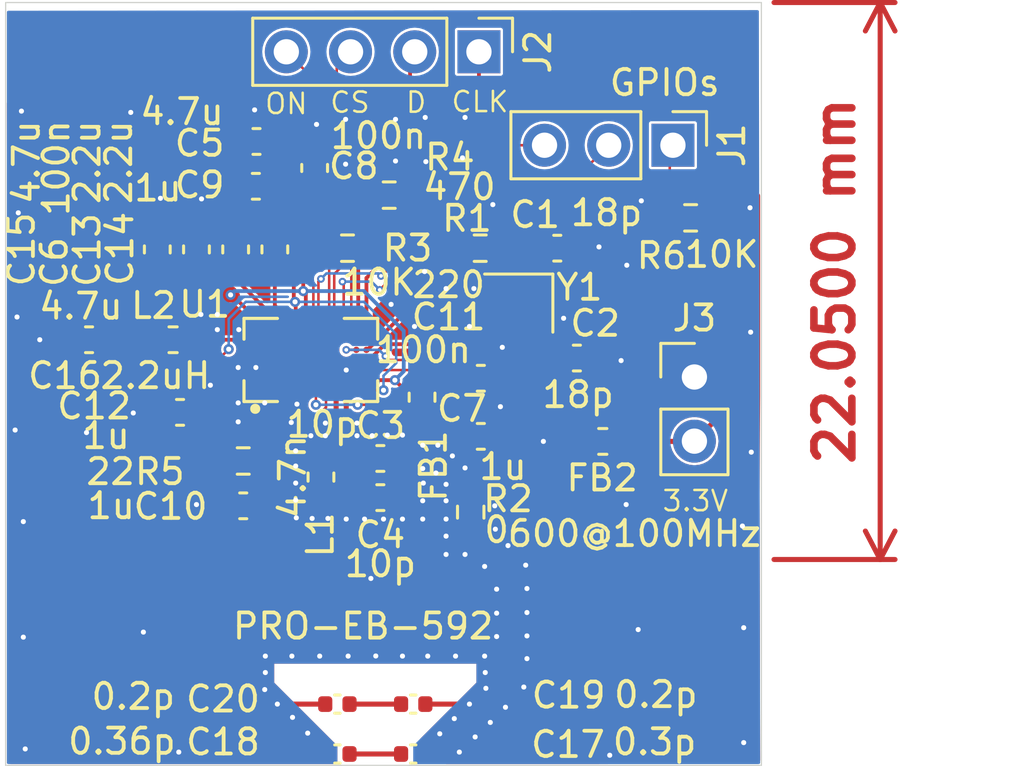
<source format=kicad_pcb>
(kicad_pcb (version 20240108) (generator "pcbnew") (generator_version "8.0")
  (layers (0 "F.Cu" signal) (31 "B.Cu" signal) (34 "B.Paste" user) (35 "F.Paste" user) (36 "B.SilkS" user "B.Silkscreen") (37 "F.SilkS" user "F.Silkscreen") (38 "B.Mask" user) (39 "F.Mask" user) (44 "Edge.Cuts" user))
  (net 0 "")
  (net 15 "GND")
  (net 16 "Net-(C1-Pad1)")
  (net 17 "Net-(U1-WLRF_XTAL_XOP)")
  (net 18 "Net-(U1-WLRF_XTAL_XON)")
  (net 19 "Net-(C3-Pad2)")
  (net 20 "Net-(U1-WLRF_2G_RF)")
  (net 21 "Net-(C4-Pad1)")
  (net 22 "WLRF_2G_ELG")
  (net 23 "ANTENNA")
  (net 24 "WL_D")
  (net 25 "Net-(U1-SDIO_DATA_1)")
  (net 26 "Net-(U1-SDIO_DATA_0)")
  (net 27 "WL_CLK")
  (net 28 "WL_CS")
  (net 29 "WL_ON")
  (net 30 "WL_GPIO2")
  (net 31 "WL_GPIO1")
  (net 32 "WL_GPIO0")
  (net 33 "VOUT_3P3")
  (net 34 "VOUT_CORE")
  (net 35 "VDDBAT")
  (net 36 "BT_PAVDD")
  (net 37 "XTAL_VDD")
  (net 38 "Net-(U1-BTFM_PLL_VDD)")
  (net 39 "VOUT_LN")
  (net 40 "SR_VLX")
  (net 41 "+3.3V")
  (net 42 "Net-(C17-Pad2)")
  (net 43 "Net-(C19-Pad2)")
  (footprint "Capacitor_SMD:C_0603_1608Metric" (layer "F.Cu") (at 134.825 91.925 90)
    (property "Reference" "C13")
    (property "Value" "2.2u")
  )
  (footprint "Capacitor_SMD:C_0603_1608Metric" (layer "F.Cu") (at 140.55 100.2)
    (property "Reference" "C3")
    (property "Value" "10p")
  )
  (footprint "Capacitor_SMD:C_0402_1005Metric" (layer "F.Cu") (at 138.85 109.925 180)
    (property "Reference" "C20")
    (property "Value" "0.2p")
  )
  (footprint "Connector_PinHeader_2.54mm:PinHeader_1x02_P2.54mm_Vertical" (layer "F.Cu") (at 152.975 96.975)
    (property "Reference" "J3")
    (property "Value" "Power")
  )
  (footprint "Inductor_SMD:L_0603_1608Metric" (layer "F.Cu") (at 142.2 97.775 90)
    (property "Reference" "FB1")
    (property "Value" "600@100MHz" (hide yes))
  )
  (footprint "Capacitor_SMD:C_0603_1608Metric" (layer "F.Cu") (at 133.275 91.925 90)
    (property "Reference" "C6")
    (property "Value" "100n")
  )
  (footprint "Inductor_SMD:L_0603_1608Metric" (layer "F.Cu") (at 149.35 99.525)
    (property "Reference" "FB2")
    (property "Value" "600@100MHz")
  )
  (footprint "Resistor_SMD:R_0603_1608Metric" (layer "F.Cu") (at 152.825 90.675)
    (property "Reference" "R6")
    (property "Value" "10K")
  )
  (footprint "Capacitor_SMD:C_0603_1608Metric" (layer "F.Cu") (at 129.025 95.5 180)
    (property "Reference" "C16")
    (property "Value" "4.7u")
  )
  (footprint "Capacitor_SMD:C_0603_1608Metric" (layer "F.Cu") (at 140.55 101.75)
    (property "Reference" "C4")
    (property "Value" "10p")
  )
  (footprint "Capacitor_SMD:C_0603_1608Metric" (layer "F.Cu") (at 136.375 91.925 90)
    (property "Reference" "C14")
    (property "Value" "2.2u")
  )
  (footprint "Capacitor_SMD:C_0603_1608Metric" (layer "F.Cu") (at 148.325 96.225)
    (property "Reference" "C2")
    (property "Value" "18p")
  )
  (footprint "Connector_PinHeader_2.54mm:PinHeader_1x04_P2.54mm_Vertical" (layer "F.Cu") (at 144.45 84.1 -90)
    (property "Reference" "J2")
    (property "Value" "SPI")
  )
  (footprint "Inductor_SMD:L_0603_1608Metric" (layer "F.Cu") (at 138.2 100.9375 -90)
    (property "Reference" "L1")
    (property "Value" "4.7n")
  )
  (footprint "Capacitor_SMD:C_0603_1608Metric" (layer "F.Cu") (at 135.125 102.075 180)
    (property "Reference" "C10")
    (property "Value" "1u")
  )
  (footprint "Crystal:Crystal_SMD_2016-4Pin_2.0x1.6mm" (layer "F.Cu") (at 146.025 94.05 180)
    (property "Reference" "Y1")
    (property "Value" "Crystal")
  )
  (footprint "Connector_PinHeader_2.54mm:PinHeader_1x03_P2.54mm_Vertical" (layer "F.Cu") (at 152.125 87.8 -90)
    (property "Reference" "J1")
    (property "Value" "GPIOs")
  )
  (footprint "Capacitor_SMD:C_0603_1608Metric" (layer "F.Cu") (at 144.525 97.025)
    (property "Reference" "C11")
    (property "Value" "100n")
  )
  (footprint "Resistor_SMD:R_0603_1608Metric" (layer "F.Cu") (at 144.125 102.325 -90)
    (property "Reference" "R2")
    (property "Value" "0")
  )
  (footprint "Capacitor_SMD:C_0603_1608Metric" (layer "F.Cu") (at 131.725 91.925 90)
    (property "Reference" "C15")
    (property "Value" "4.7u")
  )
  (footprint "Capacitor_SMD:C_0603_1608Metric" (layer "F.Cu") (at 132.625 98.375 180)
    (property "Reference" "C12")
    (property "Value" "1u")
  )
  (footprint "Inductor_SMD:L_0603_1608Metric" (layer "F.Cu") (at 132.35 95.5)
    (property "Reference" "L2")
    (property "Value" "2.2uH")
  )
  (footprint "Capacitor_SMD:C_0603_1608Metric" (layer "F.Cu") (at 135.625 89.425 180)
    (property "Reference" "C9")
    (property "Value" "1u")
  )
  (footprint "Capacitor_SMD:C_0402_1005Metric" (layer "F.Cu") (at 141.85 111.9 180)
    (property "Reference" "C17")
    (property "Value" "0.3p")
  )
  (footprint "Capacitor_SMD:C_0603_1608Metric" (layer "F.Cu") (at 144.525 99.325)
    (property "Reference" "C7")
    (property "Value" "1u")
  )
  (footprint "Resistor_SMD:R_0603_1608Metric" (layer "F.Cu") (at 139.25 91.875)
    (property "Reference" "R3")
    (property "Value" "10K")
  )
  (footprint "CYW43439KUBGT:BGA63N40P7X12_287X487X55N" (layer "F.Cu") (at 137.8 96.3 90)
    (property "Reference" "U1")
    (property "Value" "CYW43439KUBGT")
  )
  (footprint "Capacitor_SMD:C_0402_1005Metric" (layer "F.Cu") (at 141.85 109.925 180)
    (property "Reference" "C19")
    (property "Value" "0.2p")
  )
  (footprint "Capacitor_SMD:C_0402_1005Metric" (layer "F.Cu") (at 138.85 111.9 180)
    (property "Reference" "C18")
    (property "Value" "0.36p")
  )
  (footprint "Capacitor_SMD:C_0603_1608Metric" (layer "F.Cu") (at 147.55 91.875)
    (property "Reference" "C1")
    (property "Value" "18p")
  )
  (footprint "Resistor_SMD:R_0603_1608Metric" (layer "F.Cu") (at 140.9 89.775)
    (property "Reference" "R4")
    (property "Value" "470")
  )
  (footprint "Capacitor_SMD:C_0603_1608Metric" (layer "F.Cu") (at 137.95 88.7 90)
    (property "Reference" "C8")
    (property "Value" "100n")
  )
  (footprint "Capacitor_SMD:C_0603_1608Metric" (layer "F.Cu") (at 135.65 87.65 180)
    (property "Reference" "C5")
    (property "Value" "4.7u")
  )
  (footprint "Resistor_SMD:R_0603_1608Metric" (layer "F.Cu") (at 135.125 100.3)
    (property "Reference" "R5")
    (property "Value" "22")
  )
  (footprint "Resistor_SMD:R_0603_1608Metric" (layer "F.Cu") (at 144.5 91.875)
    (property "Reference" "R1")
    (property "Value" "220")
  )
  (gr_rect (start 125.725 82.15) (end 155.625 112.35) (stroke (width 0.05)) (fill none) (layer "Edge.Cuts"))
  (gr_text "CLK" (at 143.3 86.55 0) (layer "F.SilkS") (effects (font (size 0.8 0.8) (thickness 0.1)) (justify left bottom)))
  (gr_text "CS" (at 138.5 86.575 0) (layer "F.SilkS") (effects (font (size 0.8 0.8) (thickness 0.1)) (justify left bottom)))
  (gr_text "D" (at 141.5 86.575 0) (layer "F.SilkS") (effects (font (size 0.8 0.8) (thickness 0.1)) (justify left bottom)))
  (gr_text "PRO-EB-592" (at 134.625 107.425 0) (layer "F.SilkS") (effects (font (size 1 1)) (justify left bottom)))
  (gr_text "ON\n" (at 135.925 86.625 0) (layer "F.SilkS") (effects (font (size 0.8 0.8) (thickness 0.1)) (justify left bottom)))
  (gr_text "3.3V" (at 151.65 102.35 0) (layer "F.SilkS") (effects (font (size 0.8 0.8) (thickness 0.1)) (justify left bottom)))
  (dimension (type aligned) (layer "F.Cu") (pts (xy 155.625 104.2) (xy 155.625 82.15)) (height 4.7) (gr_text "22.0500 mm" (at 158.525 93.175 90) (layer "F.Cu") (effects (font (size 1.5 1.5) (thickness 0.3)))) (format (prefix "") (suffix "") (units 3) (units_format 1) (precision 4)) (style (thickness 0.2) (arrow_length 1.27) (text_position_mode 0) (extension_height 0.58642) (extension_offset 0.5) keep_text_aligned))
  (segment (start 134.85 91.175) (end 134.825 91.15) (width 0.1) (layer "F.Cu") (net 15))
  (segment (start 138.025 87.85) (end 137.95 87.925) (width 0.1) (layer "F.Cu") (net 15))
  (segment (start 134.875 89.4) (end 134.85 89.425) (width 0.1) (layer "F.Cu") (net 15))
  (segment (start 144.075 109.925) (end 142.33 109.925) (width 0.2) (layer "F.Cu") (net 15))
  (segment (start 138.37 109.925) (end 136.475 109.925) (width 0.2) (layer "F.Cu") (net 15))
  (segment (start 136.8 96.3) (end 136 95.5) (width 0.1) (layer "F.Cu") (net 15))
  (segment (start 136 95.5) (end 135.6 95.1) (width 0.1) (layer "F.Cu") (net 15))
  (via (at 146.225 109.25) (size 0.4) (drill 0.2) (layers "F.Cu" "B.Cu") (net 15))
  (via (at 145.1 103) (size 0.4) (drill 0.2) (layers "F.Cu" "B.Cu") (net 15))
  (via (at 150.3 92.55) (size 0.4) (drill 0.2) (layers "F.Cu" "B.Cu") (net 15))
  (via (at 142.35 88.45) (size 0.4) (drill 0.2) (layers "F.Cu" "B.Cu") (net 15))
  (via (at 132.575 111.825) (size 0.4) (drill 0.2) (layers "F.Cu" "B.Cu") (net 15))
  (via (at 144.725 109.3) (size 0.4) (drill 0.2) (layers "F.Cu" "B.Cu") (net 15))
  (via (at 154.925 111.45) (size 0.4) (drill 0.2) (layers "F.Cu" "B.Cu") (net 15))
  (via (at 145.6 103.65) (size 0.4) (drill 0.2) (layers "F.Cu" "B.Cu") (net 15))
  (via (at 145.15 107.25) (size 0.4) (drill 0.2) (layers "F.Cu" "B.Cu") (net 15))
  (via (at 145.3 98.15) (size 0.4) (drill 0.2) (layers "F.Cu" "B.Cu") (net 15))
  (via (at 137.25 98.05) (size 0.4) (drill 0.2) (layers "F.Cu" "B.Cu") (net 15))
  (via (at 126.1 99.075) (size 0.4) (drill 0.2) (layers "F.Cu" "B.Cu") (net 15))
  (via (at 146.3 104.425) (size 0.4) (drill 0.2) (layers "F.Cu" "B.Cu") (net 15))
  (via (at 135.575 86.4) (size 0.4) (drill 0.2) (layers "F.Cu" "B.Cu") (net 15))
  (via (at 133.475 89.925) (size 0.4) (drill 0.2) (layers "F.Cu" "B.Cu") (net 15))
  (via (at 126.425 107.275) (size 0.4) (drill 0.2) (layers "F.Cu" "B.Cu") (net 15))
  (via (at 141.425 99.275) (size 0.4) (drill 0.2) (layers "F.Cu" "B.Cu") (net 15))
  (via (at 139.625 98.8) (size 0.4) (drill 0.2) (layers "F.Cu" "B.Cu") (net 15))
  (via (at 142.225 100.6) (size 0.4) (drill 0.2) (layers "F.Cu" "B.Cu") (net 15))
  (via (at 150.75 106.975) (size 0.4) (drill 0.2) (layers "F.Cu" "B.Cu") (net 15))
  (via (at 139.625 99.3) (size 0.4) (drill 0.2) (layers "F.Cu" "B.Cu") (net 15))
  (via (at 138.475 102.575) (size 0.4) (drill 0.2) (layers "F.Cu" "B.Cu") (net 15))
  (via (at 139.925 102.6) (size 0.4) (drill 0.2) (layers "F.Cu" "B.Cu") (net 15))
  (via (at 144.075 109.925) (size 0.4) (drill 0.2) (layers "F.Cu" "B.Cu") (net 15))
  (via (at 143.15 101.225) (size 0.4) (drill 0.2) (layers "F.Cu" "B.Cu") (net 15))
  (via (at 134.925 96.6) (size 0.4) (drill 0.2) (layers "F.Cu" "B.Cu") (net 15))
  (via (at 137.05 108.025) (size 0.4) (drill 0.2) (layers "F.Cu" "B.Cu") (net 15))
  (via (at 140.825 99.275) (size 0.4) (drill 0.2) (layers "F.Cu" "B.Cu") (net 15))
  (via (at 135.975 98) (size 0.4) (drill 0.2) (layers "F.Cu" "B.Cu") (net 15))
  (via (at 145.5 110.05) (size 0.4) (drill 0.2) (layers "F.Cu" "B.Cu") (net 15))
  (via (at 134.1 94.5) (size 0.4) (drill 0.2) (layers "F.Cu" "B.Cu") (net 15))
  (via (at 154.925 106.9) (size 0.4) (drill 0.2) (layers "F.Cu" "B.Cu") (net 15))
  (via (at 134.925 98.75) (size 0.4) (drill 0.2) (layers "F.Cu" "B.Cu") (net 15))
  (via (at 144.7 108.675) (size 0.4) (drill 0.2) (layers "F.Cu" "B.Cu") (net 15))
  (via (at 142.325 86.7) (size 0.4) (drill 0.2) (layers "F.Cu" "B.Cu") (net 15))
  (via (at 137.8 99.3) (size 0.4) (drill 0.2) (layers "F.Cu" "B.Cu") (net 15))
  (via (at 139.175 88.55) (size 0.4) (drill 0.2) (layers "F.Cu" "B.Cu") (net 15))
  (via (at 126.175 94.6) (size 0.4) (drill 0.2) (layers "F.Cu" "B.Cu") (net 15))
  (via (at 143.675 111.825) (size 0.4) (drill 0.2) (layers "F.Cu" "B.Cu") (net 15))
  (via (at 144.3 111.225) (size 0.4) (drill 0.2) (layers "F.Cu" "B.Cu") (net 15))
  (via (at 143.15 103.275) (size 0.4) (drill 0.2) (layers "F.Cu" "B.Cu") (net 15))
  (via (at 143.4 100.1) (size 0.4) (drill 0.2) (layers "F.Cu" "B.Cu") (net 15))
  (via (at 154.875 102.875) (size 0.4) (drill 0.2) (layers "F.Cu" "B.Cu") (net 15))
  (via (at 137.075 110.45) (size 0.4) (drill 0.2) (layers "F.Cu" "B.Cu") (net 15))
  (via (at 150.275 102.025) (size 0.4) (drill 0.2) (layers "F.Cu" "B.Cu") (net 15))
  (via (at 142.225 99.675) (size 0.4) (drill 0.2) (layers "F.Cu" "B.Cu") (net 15))
  (via (at 142.9 111.1) (size 0.4) (drill 0.2) (layers "F.Cu" "B.Cu") (net 15))
  (via (at 140.368753 108.019975) (size 0.4) (drill 0.2) (layers "F.Cu" "B.Cu") (net 15))
  (via (at 134.1 95.1) (size 0.4) (drill 0.2) (layers "F.Cu" "B.Cu") (net 15))
  (via (at 155.175 90.275) (size 0.4) (drill 0.2) (layers "F.Cu" "B.Cu") (net 15))
  (via (at 137.225 102.55) (size 0.4) (drill 0.2) (layers "F.Cu" "B.Cu") (net 15))
  (via (at 147.8 94.65) (size 0.4) (drill 0.2) (layers "F.Cu" "B.Cu") (net 15))
  (via (at 137.2 101.85) (size 0.4) (drill 0.2) (layers "F.Cu" "B.Cu") (net 15))
  (via (at 143.15 101.875) (size 0.4) (drill 0.2) (layers "F.Cu" "B.Cu") (net 15))
  (via (at 144.075 94.975) (size 0.4) (drill 0.2) (layers "F.Cu" "B.Cu") (net 15))
  (via (at 128.925 99.175) (size 0.4) (drill 0.2) (layers "F.Cu" "B.Cu") (net 15))
  (via (at 140.175 104.95) (size 0.4) (drill 0.2) (layers "F.Cu" "B.Cu") (net 15))
  (via (at 127.075 95.5) (size 0.4) (drill 0.2) (layers "F.Cu" "B.Cu") (net 15))
  (via (at 144.675 104.475) (size 0.4) (drill 0.2) (layers "F.Cu" "B.Cu") (net 15))
  (via (at 135.625 96.6) (size 0.4) (drill 0.2) (layers "F.Cu" "B.Cu") (net 15))
  (via (at 126.425 102.7) (size 0.4) (drill 0.2) (layers "F.Cu" "B.Cu") (net 15))
  (via (at 143.475 110.5) (size 0.4) (drill 0.2) (layers "F.Cu" "B.Cu") (net 15))
  (via (at 145 90.15) (size 0.4) (drill 0.2) (layers "F.Cu" "B.Cu") (net 15))
  (via (at 137.2 101.175) (size 0.4) (drill 0.2) (layers "F.Cu" "B.Cu") (net 15))
  (via (at 143.525 108.025) (size 0.4) (drill 0.2) (layers "F.Cu" "B.Cu") (net 15))
  (via (at 146.35 106.3) (size 0.4) (drill 0.2) (layers "F.Cu" "B.Cu") (net 15))
  (via (at 133.275 102.025) (size 0.4) (drill 0.2) (layers "F.Cu" "B.Cu") (net 15))
  (via (at 133.45 94.5) (size 0.4) (drill 0.2) (layers "F.Cu" "B.Cu") (net 15))
  (via (at 137.2 99.9) (size 0.4) (drill 0.2) (layers "F.Cu" "B.Cu") (net 15))
  (via (at 130.775 98.4) (size 0.4) (drill 0.2) (layers "F.Cu" "B.Cu") (net 15))
  (via (at 130.675 86.5) (size 0.4) (drill 0.2) (layers "F.Cu" "B.Cu") (net 15))
  (via (at 140.225 99.3) (size 0.4) (drill 0.2) (layers "F.Cu" "B.Cu") (net 15))
  (via (at 142.3 92.8) (size 0.4) (drill 0.2) (layers "F.Cu" "B.Cu") (net 15))
  (via (at 137.025 98.775) (size 0.4) (drill 0.2) (layers "F.Cu" "B.Cu") (net 15))
  (via (at 144.25 93.475) (size 0.4) (drill 0.2) (layers "F.Cu" "B.Cu") (net 15))
  (via (at 136 108.675) (size 0.4) (drill 0.2) (layers "F.Cu" "B.Cu") (net 15))
  (via (at 139.2 102.6) (size 0.4) (drill 0.2) (layers "F.Cu" "B.Cu") (net 15))
  (via (at 143.8 88.3) (size 0.4) (drill 0.2) (layers "F.Cu" "B.Cu") (net 15))
  (via (at 139.175 86.775) (size 0.4) (drill 0.2) (layers "F.Cu" "B.Cu") (net 15))
  (via (at 143.9 104) (size 0.4) (drill 0.2) (layers "F.Cu" "B.Cu") (net 15))
  (via (at 146.35 108.125) (size 0.4) (drill 0.2) (layers "F.Cu" "B.Cu") (net 15))
  (via (at 141.425 108.025) (size 0.4) (drill 0.2) (layers "F.Cu" "B.Cu") (net 15))
  (via (at 139.2 96.7) (size 0.4) (drill 0.2) (layers "F.Cu" "B.Cu") (net 15))
  (via (at 146.35 105.35) (size 0.4) (drill 0.2) (layers "F.Cu" "B.Cu") (net 15))
  (via (at 150.875 90) (size 0.4) (drill 0.2) (layers "F.Cu" "B.Cu") (net 15))
  (via (at 144.675 108.025) (size 0.4) (drill 0.2) (layers "F.Cu" "B.Cu") (net 15))
  (via (at 135.975 109.35) (size 0.4) (drill 0.2) (layers "F.Cu" "B.Cu") (net 15))
  (via (at 134.95 95.1) (size 0.4) (drill 0.2) (layers "F.Cu" "B.Cu") (net 15))
  (via (at 149.2 91.825) (size 0.4) (drill 0.2) (layers "F.Cu" "B.Cu") (net 15))
  (via (at 126.35 86.45) (size 0.4) (drill 0.2) (layers "F.Cu" "B.Cu") (net 15))
  (via (at 142.825 99.675) (size 0.4) (drill 0.2) (layers "F.Cu" "B.Cu") (net 15))
  (via (at 138.025 86.975) (size 0.4) (drill 0.2) (layers "F.Cu" "B.Cu") (net 15))
  (via (at 141.15 88.425) (size 0.4) (drill 0.2) (layers "F.Cu" "B.Cu") (net 15))
  (via (at 149.625 111.95) (size 0.4) (drill 0.2) (layers "F.Cu" "B.Cu") (net 15))
  (via (at 144.9 110.65) (size 0.4) (drill 0.2) (layers "F.Cu" "B.Cu") (net 15))
  (via (at 138.375 98.8) (size 0.4) (drill 0.2) (layers "F.Cu" "B.Cu") (net 15))
  (via (at 146.35 107.225) (size 0.4) (drill 0.2) (layers "F.Cu" "B.Cu") (net 15))
  (via (at 140.975 94.1) (size 0.4) (drill 0.2) (layers "F.Cu" "B.Cu") (net 15))
  (via (at 143.15 102.6) (size 0.4) (drill 0.2) (layers "F.Cu" "B.Cu") (net 15))
  (via (at 138.15 108.025) (size 0.4) (drill 0.2) (layers "F.Cu" "B.Cu") (net 15))
  (via (at 131.85 89.9) (size 0.4) (drill 0.2) (layers "F.Cu" "B.Cu") (net 15))
  (via (at 145.15 105.375) (size 0.4) (drill 0.2) (layers "F.Cu" "B.Cu") (net 15))
  (via (at 141.9 94.975) (size 0.4) (drill 0.2) (layers "F.Cu" "B.Cu") (net 15))
  (via (at 141.15 86.775) (size 0.4) (drill 0.2) (layers "F.Cu" "B.Cu") (net 15))
  (via (at 155.2 95.2) (size 0.4) (drill 0.2) (layers "F.Cu" "B.Cu") (net 15))
  (via (at 137.85 102.575) (size 0.4) (drill 0.2) (layers "F.Cu" "B.Cu") (net 15))
  (via (at 142.425 108.025) (size 0.4) (drill 0.2) (layers "F.Cu" "B.Cu") (net 15))
  (via (at 137.2 100.5) (size 0.4) (drill 0.2) (layers "F.Cu" "B.Cu") (net 15))
  (via (at 133.825 97.3) (size 0.4) (drill 0.2) (layers "F.Cu" "B.Cu") (net 15))
  (via (at 136.475 109.925) (size 0.4) (drill 0.2) (layers "F.Cu" "B.Cu") (net 15))
  (via (at 126.225 90.475) (size 0.4) (drill 0.2) (layers "F.Cu" "B.Cu") (net 15))
  (via (at 145.075 102.075) (size 0.4) (drill 0.2) (layers "F.Cu" "B.Cu") (net 15))
  (via (at 126.5 111.7) (size 0.4) (drill 0.2) (layers "F.Cu" "B.Cu") (net 15))
  (via (at 141.425 102.6) (size 0.4) (drill 0.2) (layers "F.Cu" "B.Cu") (net 15))
  (via (at 142.225 101.875) (size 0.4) (drill 0.2) (layers "F.Cu" "B.Cu") (net 15))
  (via (at 150.075 96.325) (size 0.4) (drill 0.2) (layers "F.Cu" "B.Cu") (net 15))
  (via (at 142.225 102.6) (size 0.4) (drill 0.2) (layers "F.Cu" "B.Cu") (net 15))
  (via (at 137.675 111.075) (size 0.4) (drill 0.2) (layers "F.Cu" "B.Cu") (net 15))
  (via (at 142.25 101.175) (size 0.4) (drill 0.2) (layers "F.Cu" "B.Cu") (net 15))
  (via (at 136 108.025) (size 0.4) (drill 0.2) (layers "F.Cu" "B.Cu") (net 15))
  (via (at 143.9 100.575) (size 0.4) (drill 0.2) (layers "F.Cu" "B.Cu") (net 15))
  (via (at 145.375 95.8) (size 0.4) (drill 0.2) (layers "F.Cu" "B.Cu") (net 15))
  (via (at 143.15 93.475) (size 0.4) (drill 0.2) (layers "F.Cu" "B.Cu") (net 15))
  (via (at 143.9 86.7) (size 0.4) (drill 0.2) (layers "F.Cu" "B.Cu") (net 15))
  (via (at 139.275 108.025) (size 0.4) (drill 0.2) (layers "F.Cu" "B.Cu") (net 15))
  (via (at 134.925 98) (size 0.4) (drill 0.2) (layers "F.Cu" "B.Cu") (net 15))
  (via (at 140.675 102.6) (size 0.4) (drill 0.2) (layers "F.Cu" "B.Cu") (net 15))
  (via (at 147 99.525) (size 0.4) (drill 0.2) (layers "F.Cu" "B.Cu") (net 15))
  (via (at 143.15 104) (size 0.4) (drill 0.2) (layers "F.Cu" "B.Cu") (net 15))
  (via (at 145.15 106.325) (size 0.4) (drill 0.2) (layers "F.Cu" "B.Cu") (net 15))
  (via (at 138.375 99.3) (size 0.4) (drill 0.2) (layers "F.Cu" "B.Cu") (net 15))
  (via (at 131.175 107.075) (size 0.4) (drill 0.2) (layers "F.Cu" "B.Cu") (net 15))
  (via (at 155.225 99.95) (size 0.4) (drill 0.2) (layers "F.Cu" "B.Cu") (net 15))
  (via (at 142.75 100.775) (size 0.4) (drill 0.2) (layers "F.Cu" "B.Cu") (net 15))
  (segment (start 146.775 91.875) (end 146.775 93.45) (width 0.2) (layer "F.Cu") (net 16))
  (segment (start 146.825 93.475) (end 146.8 93.5) (width 0.1) (layer "F.Cu") (net 16))
  (segment (start 145.325 91.875) (end 146.775 91.875) (width 0.2) (layer "F.Cu") (net 16))
  (segment (start 146.6 93.25) (end 146.825 93.475) (width 0.15) (layer "F.Cu") (net 16))
  (segment (start 146.15 95.425) (end 145.325 94.6) (width 0.15) (layer "F.Cu") (net 17))
  (segment (start 140 96.3) (end 140.105025 96.3) (width 0.15) (layer "F.Cu") (net 17))
  (segment (start 140.105025 96.3) (end 140.730025 95.675) (width 0.15) (layer "F.Cu") (net 17))
  (segment (start 147.55 96.225) (end 146.75 95.425) (width 0.15) (layer "F.Cu") (net 17))
  (segment (start 146.75 95.425) (end 146.15 95.425) (width 0.15) (layer "F.Cu") (net 17))
  (segment (start 144.25 95.675) (end 145.325 94.6) (width 0.15) (layer "F.Cu") (net 17))
  (segment (start 140.730025 95.675) (end 144.25 95.675) (width 0.15) (layer "F.Cu") (net 17))
  (segment (start 140 95.9) (end 140.0375 95.9) (width 0.15) (layer "F.Cu") (net 18))
  (segment (start 143.675 92.225) (end 143.675 91.875) (width 0.1) (layer "F.Cu") (net 18))
  (segment (start 143.675 92.2625) (end 143.675 92.225) (width 0.15) (layer "F.Cu") (net 18))
  (segment (start 140.0375 95.9) (end 143.675 92.2625) (width 0.15) (layer "F.Cu") (net 18))
  (segment (start 141.325 101.75) (end 141.325 100.2) (width 0.2) (layer "F.Cu") (net 19))
  (segment (start 141.325 100.2) (end 142.825 100.2) (width 0.2) (layer "F.Cu") (net 19))
  (segment (start 142.825 100.2) (end 144.125 101.5) (width 0.2) (layer "F.Cu") (net 19))
  (segment (start 139.2 99.625) (end 139.775 100.2) (width 0.2) (layer "F.Cu") (net 20))
  (segment (start 139.2 97.5) (end 139.2 99.625) (width 0.2) (layer "F.Cu") (net 20))
  (segment (start 139.775 101.75) (end 138.225 101.75) (width 0.2) (layer "F.Cu") (net 21))
  (segment (start 138.225 101.75) (end 138.2 101.725) (width 0.1) (layer "F.Cu") (net 21))
  (segment (start 138.8 97.5) (end 138.8 99.55) (width 0.2) (layer "F.Cu") (net 22))
  (segment (start 138.8 99.55) (end 138.2 100.15) (width 0.2) (layer "F.Cu") (net 22))
  (segment (start 145.7 109.1) (end 142.9 111.9) (width 0.3) (layer "F.Cu") (net 23))
  (segment (start 142.9 111.9) (end 142.33 111.9) (width 0.3) (layer "F.Cu") (net 23))
  (segment (start 144.125 103.15) (end 145.7 104.725) (width 0.3) (layer "F.Cu") (net 23))
  (segment (start 145.7 104.725) (end 145.7 109.1) (width 0.3) (layer "F.Cu") (net 23))
  (segment (start 139.6 95.5) (end 139.6 95.1) (width 0.1) (layer "F.Cu") (net 24))
  (segment (start 140.075 91.425) (end 141.725 89.775) (width 0.15) (layer "F.Cu") (net 24))
  (segment (start 141.725 89.775) (end 141.725 84.285) (width 0.15) (layer "F.Cu") (net 24))
  (segment (start 139.675 95.025) (end 139.675 92.275) (width 0.15) (layer "F.Cu") (net 24))
  (segment (start 140.075 91.875) (end 140.075 91.425) (width 0.15) (layer "F.Cu") (net 24))
  (segment (start 139.675 92.275) (end 140.075 91.875) (width 0.15) (layer "F.Cu") (net 24))
  (segment (start 141.725 84.285) (end 141.91 84.1) (width 0.15) (layer "F.Cu") (net 24))
  (segment (start 139.6 95.1) (end 139.675 95.025) (width 0.15) (layer "F.Cu") (net 24))
  (segment (start 138.4 95.1) (end 138.525 94.975) (width 0.1) (layer "F.Cu") (net 25))
  (segment (start 138.525 91.975) (end 138.425 91.875) (width 0.1) (layer "F.Cu") (net 25))
  (segment (start 138.525 94.975) (end 138.525 91.975) (width 0.1) (layer "F.Cu") (net 25))
  (segment (start 139.2 95.5) (end 139.3 95.4) (width 0.1) (layer "F.Cu") (net 26))
  (segment (start 139.4 90.45) (end 140.075 89.775) (width 0.1) (layer "F.Cu") (net 26))
  (segment (start 139.3 95.4) (end 139.3 94.8) (width 0.1) (layer "F.Cu") (net 26))
  (segment (start 139.3 94.8) (end 139.4 94.7) (width 0.1) (layer "F.Cu") (net 26))
  (segment (start 139.4 94.7) (end 139.4 90.45) (width 0.1) (layer "F.Cu") (net 26))
  (segment (start 140 95.1) (end 140 93.055025) (width 0.15) (layer "F.Cu") (net 27))
  (segment (start 140 93.055025) (end 144.45 88.605025) (width 0.15) (layer "F.Cu") (net 27))
  (segment (start 144.45 88.605025) (end 144.45 84.1) (width 0.15) (layer "F.Cu") (net 27))
  (segment (start 138.725 95.025) (end 138.725 92.9) (width 0.1) (layer "F.Cu") (net 28))
  (segment (start 138.725 92.9) (end 139.075 92.55) (width 0.1) (layer "F.Cu") (net 28))
  (segment (start 138.825 91) (end 138.825 84.645) (width 0.1) (layer "F.Cu") (net 28))
  (segment (start 139.075 91.25) (end 138.825 91) (width 0.1) (layer "F.Cu") (net 28))
  (segment (start 139.075 92.55) (end 139.075 91.25) (width 0.1) (layer "F.Cu") (net 28))
  (segment (start 138.8 95.1) (end 138.725 95.025) (width 0.1) (layer "F.Cu") (net 28))
  (segment (start 138.825 84.645) (end 139.37 84.1) (width 0.1) (layer "F.Cu") (net 28))
  (segment (start 138 95.9) (end 138 95.5) (width 0.1) (layer "F.Cu") (net 29))
  (segment (start 137.9 93.251228) (end 137.875 93.226228) (width 0.1) (layer "F.Cu") (net 29))
  (segment (start 138.575 89.95) (end 138.575 85.845) (width 0.1) (layer "F.Cu") (net 29))
  (segment (start 137.875 90.65) (end 138.575 89.95) (width 0.1) (layer "F.Cu") (net 29))
  (segment (start 137.45 96.2) (end 137.7 96.2) (width 0.1) (layer "F.Cu") (net 29))
  (segment (start 137.9 95.4) (end 137.9 93.251228) (width 0.1) (layer "F.Cu") (net 29))
  (segment (start 137.7 96.2) (end 138 95.9) (width 0.1) (layer "F.Cu") (net 29))
  (segment (start 138.575 85.845) (end 136.83 84.1) (width 0.1) (layer "F.Cu") (net 29))
  (segment (start 137.875 93.226228) (end 137.875 90.65) (width 0.1) (layer "F.Cu") (net 29))
  (segment (start 137.2 95.5) (end 137.2 95.95) (width 0.1) (layer "F.Cu") (net 29))
  (segment (start 137.2 95.95) (end 137.45 96.2) (width 0.1) (layer "F.Cu") (net 29))
  (segment (start 138 95.5) (end 137.9 95.4) (width 0.1) (layer "F.Cu") (net 29))
  (segment (start 150.775 96.575) (end 150.775 91.9) (width 0.1) (layer "F.Cu") (net 30))
  (segment (start 152 87.925) (end 152.125 87.8) (width 0.1) (layer "F.Cu") (net 30))
  (segment (start 152 90.675) (end 152 87.925) (width 0.1) (layer "F.Cu") (net 30))
  (segment (start 140.75 96.15) (end 140.9 96.3) (width 0.1) (layer "F.Cu") (net 30))
  (segment (start 146.775 97.1) (end 150.25 97.1) (width 0.1) (layer "F.Cu") (net 30))
  (segment (start 150.775 91.9) (end 152 90.675) (width 0.1) (layer "F.Cu") (net 30))
  (segment (start 152.125 87.8) (end 152.125 87.925) (width 0.1) (layer "F.Cu") (net 30))
  (segment (start 150.25 97.1) (end 150.775 96.575) (width 0.1) (layer "F.Cu") (net 30))
  (segment (start 140.9 96.3) (end 145.975 96.3) (width 0.1) (layer "F.Cu") (net 30))
  (segment (start 145.975 96.3) (end 146.775 97.1) (width 0.1) (layer "F.Cu") (net 30))
  (segment (start 139.6 95.9) (end 139.2 95.9) (width 0.1) (layer "F.Cu") (net 30))
  (via (at 139.2 95.9) (size 0.3) (drill 0.15) (layers "F.Cu" "B.Cu") (net 30))
  (via (at 140.75 96.15) (size 0.3) (drill 0.15) (layers "F.Cu" "B.Cu") (net 30))
  (segment (start 140.75 96.15) (end 140.5 95.9) (width 0.1) (layer "B.Cu") (net 30))
  (segment (start 140.5 95.9) (end 139.2 95.9) (width 0.1) (layer "B.Cu") (net 30))
  (segment (start 140.6 92.975) (end 145.775 87.8) (width 0.1) (layer "F.Cu") (net 31))
  (segment (start 138.2 93.091608) (end 138.1 93.191608) (width 0.1) (layer "F.Cu") (net 31))
  (segment (start 140.575 92.975) (end 140.6 92.975) (width 0.1) (layer "F.Cu") (net 31))
  (segment (start 147.045 87.8) (end 147.045 87.925) (width 0.1) (layer "F.Cu") (net 31))
  (segment (start 138.1 93.191608) (end 138.1 94.375) (width 0.1) (layer "F.Cu") (net 31))
  (segment (start 145.775 87.8) (end 147.045 87.8) (width 0.1) (layer "F.Cu") (net 31))
  (segment (start 138.1 95.2) (end 138.1 94.375) (width 0.1) (layer "F.Cu") (net 31))
  (segment (start 138.4 95.5) (end 138.1 95.2) (width 0.1) (layer "F.Cu") (net 31))
  (via (at 140.575 92.975) (size 0.3) (drill 0.15) (layers "F.Cu" "B.Cu") (net 31))
  (via (at 138.2 93.091608) (size 0.3) (drill 0.15) (layers "F.Cu" "B.Cu") (net 31))
  (segment (start 140.475 92.875) (end 140.575 92.975) (width 0.1) (layer "B.Cu") (net 31))
  (segment (start 138.416608 92.875) (end 140.475 92.875) (width 0.1) (layer "B.Cu") (net 31))
  (segment (start 138.2 93.091608) (end 138.416608 92.875) (width 0.1) (layer "B.Cu") (net 31))
  (segment (start 147.985 89.4) (end 149.585 87.8) (width 0.1) (layer "F.Cu") (net 32))
  (segment (start 144.65 89.4) (end 147.985 89.4) (width 0.1) (layer "F.Cu") (net 32))
  (segment (start 139.1 93.25) (end 139.1 95.2) (width 0.1) (layer "F.Cu") (net 32))
  (segment (start 139.05 93.2) (end 139.1 93.25) (width 0.1) (layer "F.Cu") (net 32))
  (segment (start 139.1 95.2) (end 138.8 95.5) (width 0.1) (layer "F.Cu") (net 32))
  (segment (start 140.525 93.525) (end 144.65 89.4) (width 0.1) (layer "F.Cu") (net 32))
  (via (at 139.05 93.2) (size 0.3) (drill 0.15) (layers "F.Cu" "B.Cu") (net 32))
  (via (at 140.525 93.525) (size 0.3) (drill 0.15) (layers "F.Cu" "B.Cu") (net 32))
  (segment (start 139.05 93.2) (end 140.2 93.2) (width 0.1) (layer "B.Cu") (net 32))
  (segment (start 140.2 93.2) (end 140.525 93.525) (width 0.1) (layer "B.Cu") (net 32))
  (segment (start 140.675 97.5) (end 140 97.5) (width 0.15) (layer "F.Cu") (net 33))
  (segment (start 134.55 95.875) (end 132.8 97.625) (width 0.1) (layer "F.Cu") (net 33))
  (segment (start 137.175 94) (end 137.15 93.975) (width 0.1) (layer "F.Cu") (net 33))
  (segment (start 132.8 99.075) (end 134.025 100.3) (width 0.1) (layer "F.Cu") (net 33))
  (segment (start 137.125 93.95) (end 137.125 90.15) (width 0.15) (layer "F.Cu") (net 33))
  (segment (start 137.125 90.15) (end 136.4 89.425) (width 0.15) (layer "F.Cu") (net 33))
  (segment (start 132.8 97.625) (end 132.8 99.075) (width 0.1) (layer "F.Cu") (net 33))
  (segment (start 136.4 89.425) (end 136.4 87.675) (width 0.2) (layer "F.Cu") (net 33))
  (segment (start 137.2 94.025) (end 137.175 94) (width 0.15) (layer "F.Cu") (net 33))
  (segment (start 134.025 100.3) (end 134.3 100.3) (width 0.1) (layer "F.Cu") (net 33))
  (segment (start 137.2 95.1) (end 137.2 94.025) (width 0.15) (layer "F.Cu") (net 33))
  (segment (start 137.175 94) (end 137.125 93.95) (width 0.15) (layer "F.Cu") (net 33))
  (segment (start 136.4 87.675) (end 136.425 87.65) (width 0.1) (layer "F.Cu") (net 33))
  (via (at 134.55 95.875) (size 0.4) (drill 0.2) (layers "F.Cu" "B.Cu") (net 33))
  (via (at 137.175 94) (size 0.4) (drill 0.2) (layers "F.Cu" "B.Cu") (net 33))
  (via (at 140.675 97.5) (size 0.4) (drill 0.2) (layers "F.Cu" "B.Cu") (net 33))
  (segment (start 135.225 94) (end 134.55 94.675) (width 0.1) (layer "B.Cu") (net 33))
  (segment (start 141.175 96.425) (end 140.675 96.925) (width 0.1) (layer "B.Cu") (net 33))
  (segment (start 139.9 94) (end 141.175 95.275) (width 0.1) (layer "B.Cu") (net 33))
  (segment (start 134.55 94.675) (end 134.55 95.875) (width 0.1) (layer "B.Cu") (net 33))
  (segment (start 140.675 96.925) (end 140.675 97.5) (width 0.1) (layer "B.Cu") (net 33))
  (segment (start 141.175 95.275) (end 141.175 96.425) (width 0.1) (layer "B.Cu") (net 33))
  (segment (start 137.175 94) (end 135.225 94) (width 0.1) (layer "B.Cu") (net 33))
  (segment (start 137.175 94) (end 139.9 94) (width 0.1) (layer "B.Cu") (net 33))
  (segment (start 134.825 92.7) (end 133.275 92.7) (width 0.3) (layer "F.Cu") (net 34))
  (segment (start 137.2 96.3) (end 136.8 96.7) (width 0.1) (layer "F.Cu") (net 34))
  (segment (start 136.4 95.5) (end 137.2 96.3) (width 0.1) (layer "F.Cu") (net 34))
  (segment (start 136.7 94.975) (end 136.7 95.2) (width 0.1) (layer "F.Cu") (net 34))
  (segment (start 137.875 96.425) (end 137.325 96.425) (width 0.1) (layer "F.Cu") (net 34))
  (segment (start 138 96.3) (end 137.875 96.425) (width 0.1) (layer "F.Cu") (net 34))
  (segment (start 136.7 95.2) (end 136.4 95.5) (width 0.1) (layer "F.Cu") (net 34))
  (segment (start 136.475 94.75) (end 134.825 93.1) (width 0.15) (layer "F.Cu") (net 34))
  (segment (start 134.825 93.1) (end 134.825 92.7) (width 0.15) (layer "F.Cu") (net 34))
  (segment (start 137.325 96.425) (end 137.2 96.3) (width 0.1) (layer "F.Cu") (net 34))
  (segment (start 136.475 94.75) (end 136.7 94.975) (width 0.1) (layer "F.Cu") (net 34))
  (segment (start 147.9875 100.1) (end 148.5625 99.525) (width 0.2) (layer "F.Cu") (net 35))
  (segment (start 134.687132 93.725) (end 136 95.037868) (width 0.15) (layer "F.Cu") (net 35))
  (segment (start 137.6 95.5) (end 137.6 95.1) (width 0.1) (layer "F.Cu") (net 35))
  (segment (start 141.125 97.1) (end 141.8 97.775) (width 0.15) (layer "F.Cu") (net 35))
  (segment (start 137.6 93.673895) (end 137.6 95.1) (width 0.15) (layer "F.Cu") (net 35))
  (segment (start 143.75 99.325) (end 144.525 100.1) (width 0.2) (layer "F.Cu") (net 35))
  (segment (start 140 97.1) (end 141.125 97.1) (width 0.15) (layer "F.Cu") (net 35))
  (segment (start 137.5 93.573895) (end 137.6 93.673895) (width 0.15) (layer "F.Cu") (net 35))
  (segment (start 142.675 97.775) (end 143.75 98.85) (width 0.15) (layer "F.Cu") (net 35))
  (segment (start 141.8 97.775) (end 142.675 97.775) (width 0.15) (layer "F.Cu") (net 35))
  (segment (start 136 95.037868) (end 136 95.1) (width 0.15) (layer "F.Cu") (net 35))
  (segment (start 137.5 93.573895) (end 137.5 89.925) (width 0.15) (layer "F.Cu") (net 35))
  (segment (start 134.625 93.725) (end 134.687132 93.725) (width 0.15) (layer "F.Cu") (net 35))
  (segment (start 137.5 89.925) (end 137.95 89.475) (width 0.15) (layer "F.Cu") (net 35))
  (segment (start 143.75 98.85) (end 143.75 99.325) (width 0.15) (layer "F.Cu") (net 35))
  (segment (start 136.4 95.1) (end 136 95.1) (width 0.1) (layer "F.Cu") (net 35))
  (segment (start 144.525 100.1) (end 147.9875 100.1) (width 0.2) (layer "F.Cu") (net 35))
  (via (at 141.125 97.1) (size 0.4) (drill 0.2) (layers "F.Cu" "B.Cu") (net 35))
  (via (at 137.5 93.573895) (size 0.4) (drill 0.2) (layers "F.Cu" "B.Cu") (net 35))
  (via (at 134.625 93.725) (size 0.4) (drill 0.2) (layers "F.Cu" "B.Cu") (net 35))
  (segment (start 137.5 93.573895) (end 139.898895 93.573895) (width 0.15) (layer "B.Cu") (net 35))
  (segment (start 137.5 93.573895) (end 134.776105 93.573895) (width 0.15) (layer "B.Cu") (net 35))
  (segment (start 139.898895 93.573895) (end 141.475 95.15) (width 0.15) (layer "B.Cu") (net 35))
  (segment (start 134.776105 93.573895) (end 134.625 93.725) (width 0.15) (layer "B.Cu") (net 35))
  (segment (start 141.475 96.75) (end 141.125 97.1) (width 0.15) (layer "B.Cu") (net 35))
  (segment (start 141.475 95.15) (end 141.475 96.75) (width 0.15) (layer "B.Cu") (net 35))
  (segment (start 138.4 97.5) (end 138.4 98.175) (width 0.1) (layer "F.Cu") (net 36))
  (segment (start 135.95 100.3) (end 135.95 102.025) (width 0.1) (layer "F.Cu") (net 36))
  (segment (start 136.275 100.3) (end 135.95 100.3) (width 0.1) (layer "F.Cu") (net 36))
  (segment (start 138.4 98.175) (end 136.275 100.3) (width 0.1) (layer "F.Cu") (net 36))
  (segment (start 135.95 102.025) (end 135.9 102.075) (width 0.1) (layer "F.Cu") (net 36))
  (segment (start 140 96.7) (end 143.425 96.7) (width 0.1) (layer "F.Cu") (net 37))
  (segment (start 143.425 96.7) (end 143.75 97.025) (width 0.1) (layer "F.Cu") (net 37))
  (segment (start 138 97.5) (end 137.6 97.5) (width 0.1) (layer "F.Cu") (net 38))
  (segment (start 141.7125 98.075) (end 142.2 98.5625) (width 0.1) (layer "F.Cu") (net 38))
  (segment (start 136.85 97.45) (end 136.85 97.7) (width 0.1) (layer "F.Cu") (net 38))
  (segment (start 136.175 98.375) (end 133.4 98.375) (width 0.1) (layer "F.Cu") (net 38))
  (segment (start 137.6 97.1) (end 137.6 97.5) (width 0.1) (layer "F.Cu") (net 38))
  (segment (start 136.85 97.7) (end 136.175 98.375) (width 0.1) (layer "F.Cu") (net 38))
  (segment (start 137.2 97.1) (end 137.6 97.1) (width 0.1) (layer "F.Cu") (net 38))
  (segment (start 139.65 98.075) (end 141.7125 98.075) (width 0.1) (layer "F.Cu") (net 38))
  (segment (start 137.2 97.1) (end 136.85 97.45) (width 0.1) (layer "F.Cu") (net 38))
  (segment (start 138 98.075) (end 138 97.5) (width 0.1) (layer "F.Cu") (net 38))
  (via (at 139.65 98.075) (size 0.4) (drill 0.2) (layers "F.Cu" "B.Cu") (net 38))
  (via (at 138 98.075) (size 0.4) (drill 0.2) (layers "F.Cu" "B.Cu") (net 38))
  (segment (start 139.65 98.075) (end 138 98.075) (width 0.1) (layer "B.Cu") (net 38))
  (segment (start 136.725 94.5) (end 136.9 94.675) (width 0.1) (layer "F.Cu") (net 39))
  (segment (start 136.9 94.675) (end 136.9 95.4) (width 0.1) (layer "F.Cu") (net 39))
  (segment (start 136.375 94.15) (end 136.375 92.7) (width 0.15) (layer "F.Cu") (net 39))
  (segment (start 136.725 94.5) (end 136.375 94.15) (width 0.15) (layer "F.Cu") (net 39))
  (segment (start 136.9 95.4) (end 136.8 95.5) (width 0.1) (layer "F.Cu") (net 39))
  (segment (start 136.675 93.025) (end 136.375 92.725) (width 0.1) (layer "F.Cu") (net 39))
  (segment (start 135.6 95.5) (end 133.1375 95.5) (width 0.15) (layer "F.Cu") (net 40))
  (segment (start 154.3 91.325) (end 153.65 90.675) (width 0.2) (layer "F.Cu") (net 41))
  (segment (start 152.975 99.515) (end 154.3 98.19) (width 0.2) (layer "F.Cu") (net 41))
  (segment (start 150.1475 99.515) (end 150.1375 99.525) (width 0.1) (layer "F.Cu") (net 41))
  (segment (start 150.1375 99.525) (end 152.965 99.525) (width 0.2) (layer "F.Cu") (net 41))
  (segment (start 154.3 98.19) (end 154.3 91.325) (width 0.2) (layer "F.Cu") (net 41))
  (segment (start 141.37 111.9) (end 139.33 111.9) (width 0.2) (layer "F.Cu") (net 42))
  (segment (start 141.37 109.925) (end 139.33 109.925) (width 0.2) (layer "F.Cu") (net 43))
  (zone (net 15) (net_name "GND") (layer "F.Cu") (priority 3) (connect_pads yes (clearance 0.1)) (min_thickness 0.25) (fill yes (thermal_gap 0.5) (thermal_bridge_width 0.5))
    (polygon (pts (xy 155.575 112.275) (xy 141.85 112.325) (xy 141.85 111.575) (xy 144.35 109.075) (xy 144.35 108.325) (xy 136.35 108.325) (xy 136.35 109.075) (xy 138.85 111.575) (xy 138.85 112.325) (xy 125.8 112.3) (xy 125.8 101.625) (xy 155.55 101.675)))
  )
  (zone (net 15) (net_name "GND") (layer "F.Cu") (connect_pads yes (clearance 0.1)) (min_thickness 0.1) (fill yes (thermal_gap 0.5) (thermal_bridge_width 0.5))
    (polygon (pts (xy 139.725 96.175) (xy 139.725 97.225) (xy 137.9 97.225) (xy 137.775 96.875) (xy 137.075 96.825) (xy 137.075 96.575) (xy 138.2 96.525) (xy 138.35 95.9) (xy 138.9 95.775) (xy 139.125 96.1)))
  )
  (zone (net 35) (net_name "VDDBAT") (layer "F.Cu") (priority 5) (connect_pads yes (clearance 0.1)) (min_thickness 0.25) (fill yes (thermal_gap 0.5) (thermal_bridge_width 0.5))
    (polygon (pts (xy 131.175 92.15) (xy 132.475 92.15) (xy 132.6 93.4) (xy 134.775 93.4) (xy 135.025 93.725) (xy 134.825 94.025) (xy 133.225 94.025) (xy 132.35 95) (xy 132.35 96.05) (xy 129.325 96.05) (xy 129.325 94.925)))
  )
  (zone (net 15) (net_name "GND") (layer "F.Cu") (priority 2) (connect_pads yes (clearance 0.1)) (min_thickness 0.25) (fill yes (thermal_gap 0.5) (thermal_bridge_width 0.5))
    (polygon (pts (xy 144.7 89.675) (xy 155.625 89.675) (xy 155.55 101.675) (xy 142 101.65) (xy 142 99.525) (xy 139.4 99.525) (xy 139.4 98.2) (xy 140.25 98.2) (xy 140.25 94.325)))
  )
  (zone (net 15) (net_name "GND") (layer "F.Cu") (priority 4) (connect_pads yes (clearance 0.1)) (min_thickness 0.25) (fill yes (thermal_gap 0.5) (thermal_bridge_width 0.5))
    (polygon (pts (xy 144.25 86) (xy 125.775 86) (xy 125.8 101.625) (xy 137.55 101.65) (xy 137.55 99.55) (xy 138.6 99.55) (xy 138.6 97.75) (xy 136.2 97.75) (xy 136.125 97.35) (xy 135.875 97.35) (xy 135.799782 97.728786) (xy 135.35 97.75) (xy 135.35 96.875) (xy 135.825 96.85) (xy 135.95 96.625) (xy 135.3 95.925) (xy 135.3 95.3) (xy 135.725 95.25) (xy 135.8 95.025) (xy 137.35 91.85) (xy 140.725 91.85) (xy 144.275 88.325)))
  )
  (zone (net 15) (net_name "GND") (layer "B.Cu") (priority 1) (connect_pads yes (clearance 0.1)) (min_thickness 0.1) (fill yes (thermal_gap 0.5) (thermal_bridge_width 0.5))
    (polygon (pts (xy 125.775 82.475) (xy 155.525 82.45) (xy 155.575 112.35) (xy 141.85 112.35) (xy 141.85 111.575) (xy 144.35 109.075) (xy 144.35 108.325) (xy 136.35 108.325) (xy 136.35 109.075) (xy 138.85 111.575) (xy 138.85 112.35) (xy 125.775 112.325)))
  )
)
</source>
